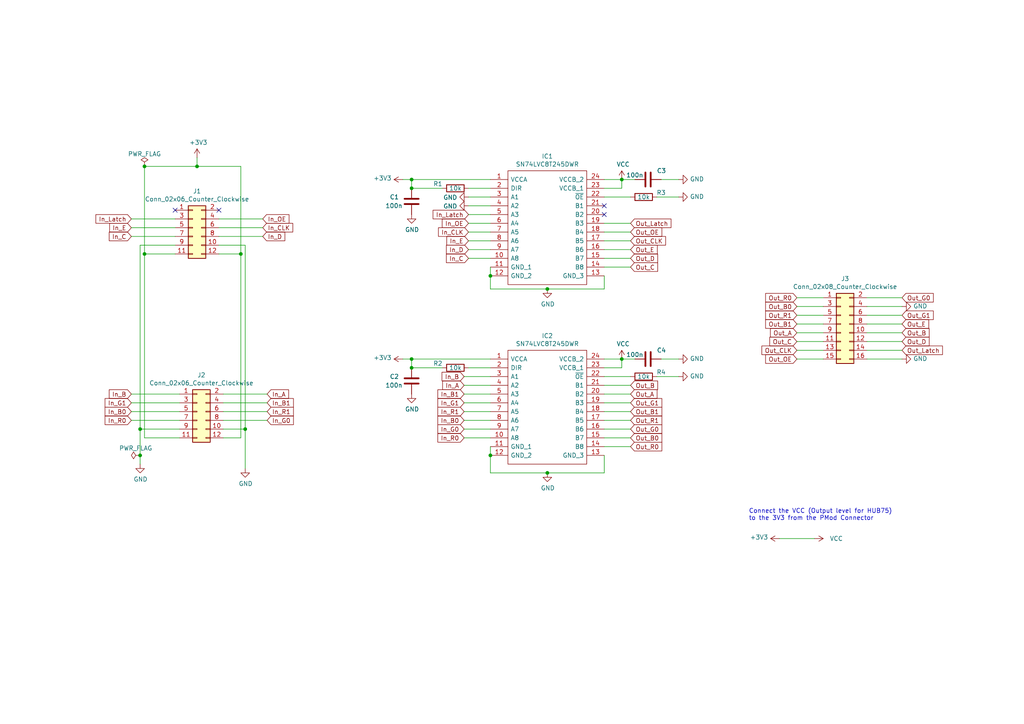
<source format=kicad_sch>
(kicad_sch (version 20211123) (generator eeschema)
  (paper "A4")
  (title_block (title "PMod Board for Hub75 LED matrix") (date "2022-01-07") (rev "v0.1") (company "James Horton") (comment 4 "Licensed Under CERN Open Hardware Licence Version 2 - Permissive"))
  (lib_symbols
    (symbol "Connector_Generic:Conn_02x06_Odd_Even" (pin_names (offset 1.016) hide)
      (property "Reference" "J" (at 1.27 7.62 0))
      (property "Value" "Conn_02x06_Odd_Even" (at 1.27 -10.16 0))
      (symbol "Conn_02x06_Odd_Even_1_1"
        (rectangle (start -1.27 -7.493) (end 0 -7.747) (stroke (width 0.1524)))
        (rectangle (start -1.27 -4.953) (end 0 -5.207) (stroke (width 0.1524)))
        (rectangle (start -1.27 -2.413) (end 0 -2.667) (stroke (width 0.1524)))
        (rectangle (start -1.27 0.127) (end 0 -0.127) (stroke (width 0.1524)))
        (rectangle (start -1.27 2.667) (end 0 2.413) (stroke (width 0.1524)))
        (rectangle (start -1.27 5.207) (end 0 4.953) (stroke (width 0.1524)))
        (rectangle (start -1.27 6.35) (end 3.81 -8.89) (stroke (width 0.254)) (fill (type background)))
        (rectangle (start 3.81 -7.493) (end 2.54 -7.747) (stroke (width 0.1524)))
        (rectangle (start 3.81 -4.953) (end 2.54 -5.207) (stroke (width 0.1524)))
        (rectangle (start 3.81 -2.413) (end 2.54 -2.667) (stroke (width 0.1524)))
        (rectangle (start 3.81 0.127) (end 2.54 -0.127) (stroke (width 0.1524)))
        (rectangle (start 3.81 2.667) (end 2.54 2.413) (stroke (width 0.1524)))
        (rectangle (start 3.81 5.207) (end 2.54 4.953) (stroke (width 0.1524)))
        (pin passive line (at -5.08 5.08 0) (length 3.81) (name "Pin_1") (number "1"))
        (pin passive line (at 7.62 -5.08 180) (length 3.81) (name "Pin_10") (number "10"))
        (pin passive line (at -5.08 -7.62 0) (length 3.81) (name "Pin_11") (number "11"))
        (pin passive line (at 7.62 -7.62 180) (length 3.81) (name "Pin_12") (number "12"))
        (pin passive line (at 7.62 5.08 180) (length 3.81) (name "Pin_2") (number "2"))
        (pin passive line (at -5.08 2.54 0) (length 3.81) (name "Pin_3") (number "3"))
        (pin passive line (at 7.62 2.54 180) (length 3.81) (name "Pin_4") (number "4"))
        (pin passive line (at -5.08 0 0) (length 3.81) (name "Pin_5") (number "5"))
        (pin passive line (at 7.62 0 180) (length 3.81) (name "Pin_6") (number "6"))
        (pin passive line (at -5.08 -2.54 0) (length 3.81) (name "Pin_7") (number "7"))
        (pin passive line (at 7.62 -2.54 180) (length 3.81) (name "Pin_8") (number "8"))
        (pin passive line (at -5.08 -5.08 0) (length 3.81) (name "Pin_9") (number "9"))
      )
    )
    (symbol "Connector_Generic:Conn_02x08_Odd_Even" (pin_names (offset 1.016) hide)
      (property "Reference" "J" (at 1.27 10.16 0))
      (property "Value" "Conn_02x08_Odd_Even" (at 1.27 -12.7 0))
      (symbol "Conn_02x08_Odd_Even_1_1"
        (rectangle (start -1.27 -10.033) (end 0 -10.287) (stroke (width 0.1524)))
        (rectangle (start -1.27 -7.493) (end 0 -7.747) (stroke (width 0.1524)))
        (rectangle (start -1.27 -4.953) (end 0 -5.207) (stroke (width 0.1524)))
        (rectangle (start -1.27 -2.413) (end 0 -2.667) (stroke (width 0.1524)))
        (rectangle (start -1.27 0.127) (end 0 -0.127) (stroke (width 0.1524)))
        (rectangle (start -1.27 2.667) (end 0 2.413) (stroke (width 0.1524)))
        (rectangle (start -1.27 5.207) (end 0 4.953) (stroke (width 0.1524)))
        (rectangle (start -1.27 7.747) (end 0 7.493) (stroke (width 0.1524)))
        (rectangle (start -1.27 8.89) (end 3.81 -11.43) (stroke (width 0.254)) (fill (type background)))
        (rectangle (start 3.81 -10.033) (end 2.54 -10.287) (stroke (width 0.1524)))
        (rectangle (start 3.81 -7.493) (end 2.54 -7.747) (stroke (width 0.1524)))
        (rectangle (start 3.81 -4.953) (end 2.54 -5.207) (stroke (width 0.1524)))
        (rectangle (start 3.81 -2.413) (end 2.54 -2.667) (stroke (width 0.1524)))
        (rectangle (start 3.81 0.127) (end 2.54 -0.127) (stroke (width 0.1524)))
        (rectangle (start 3.81 2.667) (end 2.54 2.413) (stroke (width 0.1524)))
        (rectangle (start 3.81 5.207) (end 2.54 4.953) (stroke (width 0.1524)))
        (rectangle (start 3.81 7.747) (end 2.54 7.493) (stroke (width 0.1524)))
        (pin passive line (at -5.08 7.62 0) (length 3.81) (name "Pin_1") (number "1"))
        (pin passive line (at 7.62 -2.54 180) (length 3.81) (name "Pin_10") (number "10"))
        (pin passive line (at -5.08 -5.08 0) (length 3.81) (name "Pin_11") (number "11"))
        (pin passive line (at 7.62 -5.08 180) (length 3.81) (name "Pin_12") (number "12"))
        (pin passive line (at -5.08 -7.62 0) (length 3.81) (name "Pin_13") (number "13"))
        (pin passive line (at 7.62 -7.62 180) (length 3.81) (name "Pin_14") (number "14"))
        (pin passive line (at -5.08 -10.16 0) (length 3.81) (name "Pin_15") (number "15"))
        (pin passive line (at 7.62 -10.16 180) (length 3.81) (name "Pin_16") (number "16"))
        (pin passive line (at 7.62 7.62 180) (length 3.81) (name "Pin_2") (number "2"))
        (pin passive line (at -5.08 5.08 0) (length 3.81) (name "Pin_3") (number "3"))
        (pin passive line (at 7.62 5.08 180) (length 3.81) (name "Pin_4") (number "4"))
        (pin passive line (at -5.08 2.54 0) (length 3.81) (name "Pin_5") (number "5"))
        (pin passive line (at 7.62 2.54 180) (length 3.81) (name "Pin_6") (number "6"))
        (pin passive line (at -5.08 0 0) (length 3.81) (name "Pin_7") (number "7"))
        (pin passive line (at 7.62 0 180) (length 3.81) (name "Pin_8") (number "8"))
        (pin passive line (at -5.08 -2.54 0) (length 3.81) (name "Pin_9") (number "9"))
      )
    )
    (symbol "Device:C" (pin_numbers hide) (pin_names (offset 0.254))
      (property "Reference" "C" (at 0.635 2.54 0))
      (property "Value" "C" (at 0.635 -2.54 0))
      (symbol "C_0_1"
        (polyline (pts (xy -2.032 -0.762) (xy 2.032 -0.762)) (stroke (width 0.508)))
        (polyline (pts (xy -2.032 0.762) (xy 2.032 0.762)) (stroke (width 0.508)))
      )
      (symbol "C_1_1"
        (pin passive line (at 0 3.81 270) (length 2.794) (name "~") (number "1"))
        (pin passive line (at 0 -3.81 90) (length 2.794) (name "~") (number "2"))
      )
    )
    (symbol "Device:R" (pin_numbers hide) (pin_names (offset 0))
      (property "Reference" "R" (at 2.032 0 90))
      (property "Value" "R" (at 0 0 90))
      (symbol "R_0_1"
        (rectangle (start -1.016 -2.54) (end 1.016 2.54) (stroke (width 0.254)))
      )
      (symbol "R_1_1"
        (pin passive line (at 0 3.81 270) (length 1.27) (name "~") (number "1"))
        (pin passive line (at 0 -3.81 90) (length 1.27) (name "~") (number "2"))
      )
    )
    (symbol "JJH_Library:SN74LVC8T245DWR" (pin_names (offset 0.762))
      (property "Reference" "IC" (at 29.21 7.62 0))
      (property "Value" "JJH_Library_SN74LVC8T245DWR" (at 29.21 5.08 0))
      (symbol "SN74LVC8T245DWR_0_0"
        (pin passive line (at 0 0 0) (length 5.08) (name "VCCA") (number "1"))
        (pin passive line (at 0 -22.86 0) (length 5.08) (name "A8") (number "10"))
        (pin passive line (at 0 -25.4 0) (length 5.08) (name "GND_1") (number "11"))
        (pin passive line (at 0 -27.94 0) (length 5.08) (name "GND_2") (number "12"))
        (pin passive line (at 33.02 -27.94 180) (length 5.08) (name "GND_3") (number "13"))
        (pin passive line (at 33.02 -25.4 180) (length 5.08) (name "B8") (number "14"))
        (pin passive line (at 33.02 -22.86 180) (length 5.08) (name "B7") (number "15"))
        (pin passive line (at 33.02 -20.32 180) (length 5.08) (name "B6") (number "16"))
        (pin passive line (at 33.02 -17.78 180) (length 5.08) (name "B5") (number "17"))
        (pin passive line (at 33.02 -15.24 180) (length 5.08) (name "B4") (number "18"))
        (pin passive line (at 33.02 -12.7 180) (length 5.08) (name "B3") (number "19"))
        (pin passive line (at 0 -2.54 0) (length 5.08) (name "DIR") (number "2"))
        (pin passive line (at 33.02 -10.16 180) (length 5.08) (name "B2") (number "20"))
        (pin passive line (at 33.02 -7.62 180) (length 5.08) (name "B1") (number "21"))
        (pin passive line (at 33.02 -5.08 180) (length 5.08) (name "~{OE}") (number "22"))
        (pin passive line (at 33.02 -2.54 180) (length 5.08) (name "VCCB_1") (number "23"))
        (pin passive line (at 33.02 0 180) (length 5.08) (name "VCCB_2") (number "24"))
        (pin passive line (at 0 -5.08 0) (length 5.08) (name "A1") (number "3"))
        (pin passive line (at 0 -7.62 0) (length 5.08) (name "A2") (number "4"))
        (pin passive line (at 0 -10.16 0) (length 5.08) (name "A3") (number "5"))
        (pin passive line (at 0 -12.7 0) (length 5.08) (name "A4") (number "6"))
        (pin passive line (at 0 -15.24 0) (length 5.08) (name "A5") (number "7"))
        (pin passive line (at 0 -17.78 0) (length 5.08) (name "A6") (number "8"))
        (pin passive line (at 0 -20.32 0) (length 5.08) (name "A7") (number "9"))
      )
      (symbol "SN74LVC8T245DWR_0_1"
        (polyline (pts (xy 5.08 2.54) (xy 27.94 2.54) (xy 27.94 -30.48) (xy 5.08 -30.48) (xy 5.08 2.54)) (stroke (width 0.1524)))
      )
    )
    (symbol "power:+3V3" (power) (pin_names (offset 0))
      (property "Value" "+3V3" (at 0 3.556 0))
      (symbol "+3V3_0_1"
        (polyline (pts (xy -0.762 1.27) (xy 0 2.54)))
        (polyline (pts (xy 0 0) (xy 0 2.54)))
        (polyline (pts (xy 0 2.54) (xy 0.762 1.27)))
      )
      (symbol "+3V3_1_1"
        (pin power_in line (at 0 0 90) (length 0) hide (name "+3V3") (number "1"))
      )
    )
    (symbol "power:GND" (power) (pin_names (offset 0))
      (property "Value" "GND" (at 0 -3.81 0))
      (symbol "GND_0_1"
        (polyline (pts (xy 0 0) (xy 0 -1.27) (xy 1.27 -1.27) (xy 0 -2.54) (xy -1.27 -1.27) (xy 0 -1.27)))
      )
      (symbol "GND_1_1"
        (pin power_in line (at 0 0 270) (length 0) hide (name "GND") (number "1"))
      )
    )
    (symbol "power:PWR_FLAG" (power) (pin_numbers hide) (pin_names (offset 0) hide)
      (property "Value" "PWR_FLAG" (at 0 3.81 0))
      (symbol "PWR_FLAG_0_0"
        (pin power_out line (at 0 0 90) (length 0) (name "pwr") (number "1"))
      )
      (symbol "PWR_FLAG_0_1"
        (polyline (pts (xy 0 0) (xy 0 1.27) (xy -1.016 1.905) (xy 0 2.54) (xy 1.016 1.905) (xy 0 1.27)))
      )
    )
    (symbol "power:VCC" (power) (pin_names (offset 0))
      (property "Value" "VCC" (at 0 3.81 0))
      (symbol "VCC_0_1"
        (polyline (pts (xy -0.762 1.27) (xy 0 2.54)))
        (polyline (pts (xy 0 0) (xy 0 2.54)))
        (polyline (pts (xy 0 2.54) (xy 0.762 1.27)))
      )
      (symbol "VCC_1_1"
        (pin power_in line (at 0 0 90) (length 0) hide (name "VCC") (number "1"))
      )
    )
  )
  (junction (at 41.91 48.26))
  (junction (at 180.34 104.14))
  (junction (at 41.91 73.66))
  (junction (at 119.38 104.14))
  (junction (at 119.38 54.61))
  (junction (at 40.64 124.46))
  (junction (at 180.34 52.07))
  (junction (at 119.38 106.68))
  (junction (at 69.85 73.66))
  (junction (at 158.75 83.82))
  (junction (at 142.24 132.08))
  (junction (at 158.75 137.16))
  (junction (at 71.12 124.46))
  (junction (at 142.24 80.01))
  (junction (at 57.15 48.26))
  (junction (at 119.38 52.07))
  (junction (at 40.64 132.08))
  (no_connect (at 63.5 60.96))
  (no_connect (at 50.8 60.96))
  (no_connect (at 175.26 62.23))
  (no_connect (at 175.26 59.69))
  (wire (pts (xy 135.89 64.77) (xy 142.24 64.77)))
  (wire (pts (xy 40.64 71.12) (xy 40.64 124.46)))
  (wire (pts (xy 119.38 52.07) (xy 142.24 52.07)))
  (wire (pts (xy 180.34 54.61) (xy 180.34 52.07)))
  (wire (pts (xy 238.76 88.9) (xy 231.14 88.9)))
  (wire (pts (xy 142.24 109.22) (xy 134.62 109.22)))
  (wire (pts (xy 142.24 124.46) (xy 134.62 124.46)))
  (wire (pts (xy 57.15 48.26) (xy 41.91 48.26)))
  (wire (pts (xy 196.85 109.22) (xy 190.5 109.22)))
  (wire (pts (xy 226.06 156.21) (xy 236.22 156.21)))
  (wire (pts (xy 142.24 132.08) (xy 142.24 129.54)))
  (wire (pts (xy 184.15 104.14) (xy 180.34 104.14)))
  (wire (pts (xy 231.14 104.14) (xy 238.76 104.14)))
  (wire (pts (xy 69.85 127) (xy 69.85 73.66)))
  (wire (pts (xy 119.38 54.61) (xy 119.38 52.07)))
  (wire (pts (xy 41.91 48.26) (xy 41.91 73.66)))
  (wire (pts (xy 38.1 116.84) (xy 52.07 116.84)))
  (wire (pts (xy 40.64 124.46) (xy 52.07 124.46)))
  (wire (pts (xy 231.14 99.06) (xy 238.76 99.06)))
  (wire (pts (xy 175.26 137.16) (xy 158.75 137.16)))
  (wire (pts (xy 182.88 121.92) (xy 175.26 121.92)))
  (wire (pts (xy 175.26 77.47) (xy 182.88 77.47)))
  (wire (pts (xy 128.27 106.68) (xy 119.38 106.68)))
  (wire (pts (xy 175.26 52.07) (xy 180.34 52.07)))
  (wire (pts (xy 119.38 104.14) (xy 142.24 104.14)))
  (wire (pts (xy 77.47 116.84) (xy 64.77 116.84)))
  (wire (pts (xy 128.27 54.61) (xy 119.38 54.61)))
  (wire (pts (xy 191.77 104.14) (xy 196.85 104.14)))
  (wire (pts (xy 158.75 83.82) (xy 175.26 83.82)))
  (wire (pts (xy 175.26 129.54) (xy 182.88 129.54)))
  (wire (pts (xy 142.24 54.61) (xy 135.89 54.61)))
  (wire (pts (xy 191.77 52.07) (xy 196.85 52.07)))
  (wire (pts (xy 175.26 114.3) (xy 182.88 114.3)))
  (wire (pts (xy 158.75 137.16) (xy 142.24 137.16)))
  (wire (pts (xy 251.46 101.6) (xy 261.62 101.6)))
  (wire (pts (xy 182.88 116.84) (xy 175.26 116.84)))
  (wire (pts (xy 231.14 93.98) (xy 238.76 93.98)))
  (wire (pts (xy 251.46 96.52) (xy 261.62 96.52)))
  (wire (pts (xy 69.85 48.26) (xy 57.15 48.26)))
  (wire (pts (xy 175.26 54.61) (xy 180.34 54.61)))
  (wire (pts (xy 64.77 114.3) (xy 77.47 114.3)))
  (wire (pts (xy 135.89 69.85) (xy 142.24 69.85)))
  (wire (pts (xy 52.07 119.38) (xy 38.1 119.38)))
  (wire (pts (xy 40.64 132.08) (xy 40.64 134.62)))
  (wire (pts (xy 182.88 69.85) (xy 175.26 69.85)))
  (wire (pts (xy 71.12 124.46) (xy 64.77 124.46)))
  (wire (pts (xy 175.26 104.14) (xy 180.34 104.14)))
  (wire (pts (xy 134.62 116.84) (xy 142.24 116.84)))
  (wire (pts (xy 142.24 80.01) (xy 142.24 83.82)))
  (wire (pts (xy 175.26 119.38) (xy 182.88 119.38)))
  (wire (pts (xy 231.14 86.36) (xy 238.76 86.36)))
  (wire (pts (xy 142.24 114.3) (xy 134.62 114.3)))
  (wire (pts (xy 71.12 71.12) (xy 63.5 71.12)))
  (wire (pts (xy 64.77 119.38) (xy 77.47 119.38)))
  (wire (pts (xy 71.12 124.46) (xy 71.12 71.12)))
  (wire (pts (xy 69.85 73.66) (xy 69.85 48.26)))
  (wire (pts (xy 64.77 127) (xy 69.85 127)))
  (wire (pts (xy 175.26 72.39) (xy 182.88 72.39)))
  (wire (pts (xy 63.5 68.58) (xy 76.2 68.58)))
  (wire (pts (xy 142.24 57.15) (xy 135.89 57.15)))
  (wire (pts (xy 142.24 67.31) (xy 135.89 67.31)))
  (wire (pts (xy 238.76 101.6) (xy 231.14 101.6)))
  (wire (pts (xy 261.62 99.06) (xy 251.46 99.06)))
  (wire (pts (xy 142.24 106.68) (xy 135.89 106.68)))
  (wire (pts (xy 142.24 77.47) (xy 142.24 80.01)))
  (wire (pts (xy 182.88 64.77) (xy 175.26 64.77)))
  (wire (pts (xy 134.62 127) (xy 142.24 127)))
  (wire (pts (xy 184.15 52.07) (xy 180.34 52.07)))
  (wire (pts (xy 142.24 72.39) (xy 135.89 72.39)))
  (wire (pts (xy 182.88 57.15) (xy 175.26 57.15)))
  (wire (pts (xy 116.84 52.07) (xy 119.38 52.07)))
  (wire (pts (xy 238.76 91.44) (xy 231.14 91.44)))
  (wire (pts (xy 119.38 106.68) (xy 119.38 104.14)))
  (wire (pts (xy 251.46 104.14) (xy 261.62 104.14)))
  (wire (pts (xy 116.84 104.14) (xy 119.38 104.14)))
  (wire (pts (xy 50.8 71.12) (xy 40.64 71.12)))
  (wire (pts (xy 135.89 62.23) (xy 142.24 62.23)))
  (wire (pts (xy 41.91 73.66) (xy 41.91 127)))
  (wire (pts (xy 134.62 111.76) (xy 142.24 111.76)))
  (wire (pts (xy 182.88 109.22) (xy 175.26 109.22)))
  (wire (pts (xy 196.85 57.15) (xy 190.5 57.15)))
  (wire (pts (xy 134.62 121.92) (xy 142.24 121.92)))
  (wire (pts (xy 50.8 63.5) (xy 38.1 63.5)))
  (wire (pts (xy 41.91 73.66) (xy 50.8 73.66)))
  (wire (pts (xy 180.34 106.68) (xy 180.34 104.14)))
  (wire (pts (xy 238.76 96.52) (xy 231.14 96.52)))
  (wire (pts (xy 135.89 74.93) (xy 142.24 74.93)))
  (wire (pts (xy 40.64 124.46) (xy 40.64 132.08)))
  (wire (pts (xy 175.26 83.82) (xy 175.26 80.01)))
  (wire (pts (xy 261.62 91.44) (xy 251.46 91.44)))
  (wire (pts (xy 38.1 121.92) (xy 52.07 121.92)))
  (wire (pts (xy 142.24 137.16) (xy 142.24 132.08)))
  (wire (pts (xy 175.26 132.08) (xy 175.26 137.16)))
  (wire (pts (xy 182.88 74.93) (xy 175.26 74.93)))
  (wire (pts (xy 135.89 59.69) (xy 142.24 59.69)))
  (wire (pts (xy 142.24 119.38) (xy 134.62 119.38)))
  (wire (pts (xy 77.47 121.92) (xy 64.77 121.92)))
  (wire (pts (xy 38.1 66.04) (xy 50.8 66.04)))
  (wire (pts (xy 41.91 127) (xy 52.07 127)))
  (wire (pts (xy 182.88 127) (xy 175.26 127)))
  (wire (pts (xy 142.24 83.82) (xy 158.75 83.82)))
  (wire (pts (xy 251.46 86.36) (xy 261.62 86.36)))
  (wire (pts (xy 63.5 63.5) (xy 76.2 63.5)))
  (wire (pts (xy 251.46 93.98) (xy 261.62 93.98)))
  (wire (pts (xy 76.2 66.04) (xy 63.5 66.04)))
  (wire (pts (xy 50.8 68.58) (xy 38.1 68.58)))
  (wire (pts (xy 251.46 88.9) (xy 261.62 88.9)))
  (wire (pts (xy 175.26 67.31) (xy 182.88 67.31)))
  (wire (pts (xy 175.26 124.46) (xy 182.88 124.46)))
  (wire (pts (xy 71.12 135.89) (xy 71.12 124.46)))
  (wire (pts (xy 38.1 114.3) (xy 52.07 114.3)))
  (wire (pts (xy 182.88 111.76) (xy 175.26 111.76)))
  (wire (pts (xy 57.15 48.26) (xy 57.15 45.72)))
  (wire (pts (xy 175.26 106.68) (xy 180.34 106.68)))
  (wire (pts (xy 63.5 73.66) (xy 69.85 73.66)))
  (text "Connect the VCC (Output level for HUB75)\nto the 3V3 from the PMod Connector " (at 217.17 151.13 0) (effects (font (size 1.27 1.27)) (justify left bottom)))
  (global_label "Out_A" (shape input) (at 231.14 96.52 180) (property "Intersheet References" "${INTERSHEET_REFS}" (effects hide)))
  (global_label "In_C" (shape input) (at 38.1 68.58 180) (property "Intersheet References" "${INTERSHEET_REFS}" (effects hide)))
  (global_label "In_G0" (shape input) (at 77.47 121.92 0) (property "Intersheet References" "${INTERSHEET_REFS}" (effects hide)))
  (global_label "Out_C" (shape input) (at 182.88 77.47 0) (property "Intersheet References" "${INTERSHEET_REFS}" (effects hide)))
  (global_label "In_A" (shape input) (at 134.62 111.76 180) (property "Intersheet References" "${INTERSHEET_REFS}" (effects hide)))
  (global_label "In_OE" (shape input) (at 135.89 64.77 180) (property "Intersheet References" "${INTERSHEET_REFS}" (effects hide)))
  (global_label "Out_E" (shape input) (at 261.62 93.98 0) (property "Intersheet References" "${INTERSHEET_REFS}" (effects hide)))
  (global_label "Out_R1" (shape input) (at 182.88 121.92 0) (property "Intersheet References" "${INTERSHEET_REFS}" (effects hide)))
  (global_label "Out_Latch" (shape input) (at 182.88 64.77 0) (property "Intersheet References" "${INTERSHEET_REFS}" (effects hide)))
  (global_label "In_G0" (shape input) (at 134.62 124.46 180) (property "Intersheet References" "${INTERSHEET_REFS}" (effects hide)))
  (global_label "In_Latch" (shape input) (at 135.89 62.23 180) (property "Intersheet References" "${INTERSHEET_REFS}" (effects hide)))
  (global_label "Out_G1" (shape input) (at 261.62 91.44 0) (property "Intersheet References" "${INTERSHEET_REFS}" (effects hide)))
  (global_label "Out_R0" (shape input) (at 231.14 86.36 180) (property "Intersheet References" "${INTERSHEET_REFS}" (effects hide)))
  (global_label "Out_Latch" (shape input) (at 261.62 101.6 0) (property "Intersheet References" "${INTERSHEET_REFS}" (effects hide)))
  (global_label "Out_D" (shape input) (at 182.88 74.93 0) (property "Intersheet References" "${INTERSHEET_REFS}" (effects hide)))
  (global_label "Out_A" (shape input) (at 182.88 114.3 0) (property "Intersheet References" "${INTERSHEET_REFS}" (effects hide)))
  (global_label "In_B" (shape input) (at 38.1 114.3 180) (property "Intersheet References" "${INTERSHEET_REFS}" (effects hide)))
  (global_label "Out_R1" (shape input) (at 231.14 91.44 180) (property "Intersheet References" "${INTERSHEET_REFS}" (effects hide)))
  (global_label "In_A" (shape input) (at 77.47 114.3 0) (property "Intersheet References" "${INTERSHEET_REFS}" (effects hide)))
  (global_label "Out_B0" (shape input) (at 231.14 88.9 180) (property "Intersheet References" "${INTERSHEET_REFS}" (effects hide)))
  (global_label "In_B0" (shape input) (at 134.62 121.92 180) (property "Intersheet References" "${INTERSHEET_REFS}" (effects hide)))
  (global_label "In_CLK" (shape input) (at 76.2 66.04 0) (property "Intersheet References" "${INTERSHEET_REFS}" (effects hide)))
  (global_label "In_Latch" (shape input) (at 38.1 63.5 180) (property "Intersheet References" "${INTERSHEET_REFS}" (effects hide)))
  (global_label "In_C" (shape input) (at 135.89 74.93 180) (property "Intersheet References" "${INTERSHEET_REFS}" (effects hide)))
  (global_label "In_B" (shape input) (at 134.62 109.22 180) (property "Intersheet References" "${INTERSHEET_REFS}" (effects hide)))
  (global_label "In_B1" (shape input) (at 134.62 114.3 180) (property "Intersheet References" "${INTERSHEET_REFS}" (effects hide)))
  (global_label "In_G1" (shape input) (at 38.1 116.84 180) (property "Intersheet References" "${INTERSHEET_REFS}" (effects hide)))
  (global_label "Out_G0" (shape input) (at 261.62 86.36 0) (property "Intersheet References" "${INTERSHEET_REFS}" (effects hide)))
  (global_label "In_E" (shape input) (at 38.1 66.04 180) (property "Intersheet References" "${INTERSHEET_REFS}" (effects hide)))
  (global_label "Out_E" (shape input) (at 182.88 72.39 0) (property "Intersheet References" "${INTERSHEET_REFS}" (effects hide)))
  (global_label "In_D" (shape input) (at 135.89 72.39 180) (property "Intersheet References" "${INTERSHEET_REFS}" (effects hide)))
  (global_label "In_R0" (shape input) (at 134.62 127 180) (property "Intersheet References" "${INTERSHEET_REFS}" (effects hide)))
  (global_label "In_OE" (shape input) (at 76.2 63.5 0) (property "Intersheet References" "${INTERSHEET_REFS}" (effects hide)))
  (global_label "Out_OE" (shape input) (at 182.88 67.31 0) (property "Intersheet References" "${INTERSHEET_REFS}" (effects hide)))
  (global_label "In_R0" (shape input) (at 38.1 121.92 180) (property "Intersheet References" "${INTERSHEET_REFS}" (effects hide)))
  (global_label "Out_C" (shape input) (at 231.14 99.06 180) (property "Intersheet References" "${INTERSHEET_REFS}" (effects hide)))
  (global_label "In_R1" (shape input) (at 134.62 119.38 180) (property "Intersheet References" "${INTERSHEET_REFS}" (effects hide)))
  (global_label "Out_CLK" (shape input) (at 231.14 101.6 180) (property "Intersheet References" "${INTERSHEET_REFS}" (effects hide)))
  (global_label "In_D" (shape input) (at 76.2 68.58 0) (property "Intersheet References" "${INTERSHEET_REFS}" (effects hide)))
  (global_label "Out_R0" (shape input) (at 182.88 129.54 0) (property "Intersheet References" "${INTERSHEET_REFS}" (effects hide)))
  (global_label "In_R1" (shape input) (at 77.47 119.38 0) (property "Intersheet References" "${INTERSHEET_REFS}" (effects hide)))
  (global_label "Out_OE" (shape input) (at 231.14 104.14 180) (property "Intersheet References" "${INTERSHEET_REFS}" (effects hide)))
  (global_label "Out_G0" (shape input) (at 182.88 124.46 0) (property "Intersheet References" "${INTERSHEET_REFS}" (effects hide)))
  (global_label "Out_D" (shape input) (at 261.62 99.06 0) (property "Intersheet References" "${INTERSHEET_REFS}" (effects hide)))
  (global_label "Out_B" (shape input) (at 261.62 96.52 0) (property "Intersheet References" "${INTERSHEET_REFS}" (effects hide)))
  (global_label "Out_B1" (shape input) (at 182.88 119.38 0) (property "Intersheet References" "${INTERSHEET_REFS}" (effects hide)))
  (global_label "Out_G1" (shape input) (at 182.88 116.84 0) (property "Intersheet References" "${INTERSHEET_REFS}" (effects hide)))
  (global_label "Out_B0" (shape input) (at 182.88 127 0) (property "Intersheet References" "${INTERSHEET_REFS}" (effects hide)))
  (global_label "Out_B" (shape input) (at 182.88 111.76 0) (property "Intersheet References" "${INTERSHEET_REFS}" (effects hide)))
  (global_label "In_G1" (shape input) (at 134.62 116.84 180) (property "Intersheet References" "${INTERSHEET_REFS}" (effects hide)))
  (global_label "Out_CLK" (shape input) (at 182.88 69.85 0) (property "Intersheet References" "${INTERSHEET_REFS}" (effects hide)))
  (global_label "In_B0" (shape input) (at 38.1 119.38 180) (property "Intersheet References" "${INTERSHEET_REFS}" (effects hide)))
  (global_label "In_B1" (shape input) (at 77.47 116.84 0) (property "Intersheet References" "${INTERSHEET_REFS}" (effects hide)))
  (global_label "In_E" (shape input) (at 135.89 69.85 180) (property "Intersheet References" "${INTERSHEET_REFS}" (effects hide)))
  (global_label "Out_B1" (shape input) (at 231.14 93.98 180) (property "Intersheet References" "${INTERSHEET_REFS}" (effects hide)))
  (global_label "In_CLK" (shape input) (at 135.89 67.31 180) (property "Intersheet References" "${INTERSHEET_REFS}" (effects hide)))
  (symbol (lib_id "JJH_Library:SN74LVC8T245DWR") (at 142.24 52.07 0) (unit 1)
    (property "Reference" "IC1" (at 158.75 45.339 0))
    (property "Value" "SN74LVC8T245DWR" (at 158.75 47.6504 0))
    (property "Footprint" "SOIC127P1030X265-24N" (effects hide))
    (property "Datasheet" "http://www.ti.com/lit/gpn/sn74lvc8t245" (effects hide))
    (property "Description" "8-Bit Dual-Supply Bus Transceiver with Configurable Voltage-Level Shifting and Three-State Outputs" (effects hide))
    (property "Height" "2.65" (effects hide))
    (property "Mouser Part Number" "595-SN74LVC8T245DWR" (effects hide))
    (property "Mouser Price/Stock" "https://www.mouser.co.uk/ProductDetail/Texas-Instruments/SN74LVC8T245DWR?qs=dT9u2OTAaVX2fwsENIjeqA%3D%3D" (effects hide))
    (property "Manufacturer_Name" "Texas Instruments" (effects hide))
    (property "Manufacturer_Part_Number" "SN74LVC8T245DWR" (effects hide))
  )
  (symbol (lib_id "JJH_Library:SN74LVC8T245DWR") (at 142.24 104.14 0) (unit 1)
    (property "Reference" "IC2" (at 158.75 97.409 0))
    (property "Value" "SN74LVC8T245DWR" (at 158.75 99.7204 0))
    (property "Footprint" "SOIC127P1030X265-24N" (effects hide))
    (property "Datasheet" "http://www.ti.com/lit/gpn/sn74lvc8t245" (effects hide))
    (property "Description" "8-Bit Dual-Supply Bus Transceiver with Configurable Voltage-Level Shifting and Three-State Outputs" (effects hide))
    (property "Height" "2.65" (effects hide))
    (property "Mouser Part Number" "595-SN74LVC8T245DWR" (effects hide))
    (property "Mouser Price/Stock" "https://www.mouser.co.uk/ProductDetail/Texas-Instruments/SN74LVC8T245DWR?qs=dT9u2OTAaVX2fwsENIjeqA%3D%3D" (effects hide))
    (property "Manufacturer_Name" "Texas Instruments" (effects hide))
    (property "Manufacturer_Part_Number" "SN74LVC8T245DWR" (effects hide))
  )
  (symbol (lib_id "Connector_Generic:Conn_02x06_Odd_Even") (at 55.88 66.04 0) (unit 1)
    (property "Reference" "J1" (at 57.15 55.4482 0))
    (property "Value" "Conn_02x06_Counter_Clockwise" (at 57.15 57.7596 0))
    (property "Footprint" "Connector_PinHeader_2.54mm:PinHeader_2x06_P2.54mm_Vertical" (effects hide))
  )
  (symbol (lib_id "Connector_Generic:Conn_02x06_Odd_Even") (at 57.15 119.38 0) (unit 1)
    (property "Reference" "J2" (at 58.42 108.7882 0))
    (property "Value" "Conn_02x06_Counter_Clockwise" (at 58.42 111.0996 0))
    (property "Footprint" "Connector_PinHeader_2.54mm:PinHeader_2x06_P2.54mm_Vertical" (effects hide))
  )
  (symbol (lib_id "Connector_Generic:Conn_02x08_Odd_Even") (at 243.84 93.98 0) (unit 1)
    (property "Reference" "J3" (at 245.11 80.8482 0))
    (property "Value" "Conn_02x08_Counter_Clockwise" (at 245.11 83.1596 0))
    (property "Footprint" "Connector_PinHeader_2.54mm:PinHeader_2x08_P2.54mm_Vertical" (effects hide))
  )
  (symbol (lib_id "power:GND") (at 71.12 135.89 0) (unit 1)
    (property "Reference" "#PWR0101" (effects hide))
    (property "Value" "GND" (at 71.247 140.2842 0))
  )
  (symbol (lib_id "power:+3V3") (at 57.15 45.72 0) (unit 1)
    (property "Reference" "#PWR0102" (effects hide))
    (property "Value" "+3V3" (at 57.531 41.3258 0))
  )
  (symbol (lib_id "power:GND") (at 40.64 134.62 0) (unit 1)
    (property "Reference" "#PWR0103" (effects hide))
    (property "Value" "GND" (at 40.767 139.0142 0))
  )
  (symbol (lib_id "power:GND") (at 158.75 83.82 0) (unit 1)
    (property "Reference" "#PWR0104" (effects hide))
    (property "Value" "GND" (at 158.877 88.2142 0))
  )
  (symbol (lib_id "power:GND") (at 158.75 137.16 0) (unit 1)
    (property "Reference" "#PWR0105" (effects hide))
    (property "Value" "GND" (at 158.877 141.5542 0))
  )
  (symbol (lib_id "power:VCC") (at 236.22 156.21 270) (unit 1)
    (property "Reference" "#PWR0120" (effects hide))
    (property "Value" "VCC" (at 242.57 156.21 90))
  )
  (symbol (lib_id "power:+3V3") (at 226.06 156.21 90) (unit 1)
    (property "Reference" "#PWR0121" (effects hide))
    (property "Value" "+3V3" (at 222.8088 155.829 90) (effects (justify left)))
  )
  (symbol (lib_id "power:GND") (at 261.62 104.14 90) (unit 1)
    (property "Reference" "#PWR0119" (effects hide))
    (property "Value" "GND" (at 264.8712 104.013 90) (effects (justify right)))
  )
  (symbol (lib_id "power:GND") (at 261.62 88.9 90) (unit 1)
    (property "Reference" "#PWR0118" (effects hide))
    (property "Value" "GND" (at 264.8712 88.773 90) (effects (justify right)))
  )
  (symbol (lib_id "Device:R") (at 132.08 106.68 90) (unit 1)
    (property "Reference" "R2" (at 127 105.41 90))
    (property "Value" "10k" (at 132.08 106.68 90))
    (property "Footprint" "Resistor_SMD:R_0603_1608Metric" (effects hide))
  )
  (symbol (lib_id "Device:R") (at 132.08 54.61 90) (unit 1)
    (property "Reference" "R1" (at 127 53.34 90))
    (property "Value" "10k" (at 132.08 54.61 90))
    (property "Footprint" "Resistor_SMD:R_0603_1608Metric" (effects hide))
  )
  (symbol (lib_id "power:+3V3") (at 116.84 104.14 90) (unit 1)
    (property "Reference" "#PWR0106" (effects hide))
    (property "Value" "+3V3" (at 113.5888 103.759 90) (effects (justify left)))
  )
  (symbol (lib_id "power:GND") (at 119.38 114.3 0) (unit 1)
    (property "Reference" "#PWR0107" (effects hide))
    (property "Value" "GND" (at 119.507 118.6942 0))
  )
  (symbol (lib_id "Device:C") (at 119.38 110.49 0) (unit 1)
    (property "Reference" "C2" (at 113.03 109.22 0) (effects (justify left)))
    (property "Value" "100n" (at 111.76 111.76 0) (effects (justify left)))
    (property "Footprint" "Capacitor_SMD:C_0603_1608Metric" (effects hide))
  )
  (symbol (lib_id "power:+3V3") (at 116.84 52.07 90) (unit 1)
    (property "Reference" "#PWR0108" (effects hide))
    (property "Value" "+3V3" (at 113.5888 51.689 90) (effects (justify left)))
  )
  (symbol (lib_id "power:GND") (at 119.38 62.23 0) (unit 1)
    (property "Reference" "#PWR0109" (effects hide))
    (property "Value" "GND" (at 119.507 66.6242 0))
  )
  (symbol (lib_id "Device:C") (at 119.38 58.42 0) (unit 1)
    (property "Reference" "C1" (at 113.03 57.15 0) (effects (justify left)))
    (property "Value" "100n" (at 111.76 59.69 0) (effects (justify left)))
    (property "Footprint" "Capacitor_SMD:C_0603_1608Metric" (effects hide))
  )
  (symbol (lib_id "Device:R") (at 186.69 57.15 90) (unit 1)
    (property "Reference" "R3" (at 191.77 55.88 90))
    (property "Value" "10k" (at 186.69 57.15 90))
    (property "Footprint" "Resistor_SMD:R_0603_1608Metric" (effects hide))
  )
  (symbol (lib_id "power:GND") (at 196.85 57.15 90) (unit 1)
    (property "Reference" "#PWR0110" (effects hide))
    (property "Value" "GND" (at 200.1012 57.023 90) (effects (justify right)))
  )
  (symbol (lib_id "power:GND") (at 196.85 52.07 90) (unit 1)
    (property "Reference" "#PWR0111" (effects hide))
    (property "Value" "GND" (at 200.1012 51.943 90) (effects (justify right)))
  )
  (symbol (lib_id "power:VCC") (at 180.34 52.07 0) (unit 1)
    (property "Reference" "#PWR0112" (effects hide))
    (property "Value" "VCC" (at 180.721 47.6758 0))
  )
  (symbol (lib_id "Device:C") (at 187.96 52.07 270) (unit 1)
    (property "Reference" "C3" (at 190.5 49.53 90) (effects (justify left)))
    (property "Value" "100n" (at 181.61 50.8 90) (effects (justify left)))
    (property "Footprint" "Capacitor_SMD:C_0603_1608Metric" (effects hide))
  )
  (symbol (lib_id "Device:R") (at 186.69 109.22 90) (unit 1)
    (property "Reference" "R4" (at 191.77 107.95 90))
    (property "Value" "10k" (at 186.69 109.22 90))
    (property "Footprint" "Resistor_SMD:R_0603_1608Metric" (effects hide))
  )
  (symbol (lib_id "power:GND") (at 196.85 109.22 90) (unit 1)
    (property "Reference" "#PWR0113" (effects hide))
    (property "Value" "GND" (at 200.1012 109.093 90) (effects (justify right)))
  )
  (symbol (lib_id "power:GND") (at 196.85 104.14 90) (unit 1)
    (property "Reference" "#PWR0114" (effects hide))
    (property "Value" "GND" (at 200.1012 104.013 90) (effects (justify right)))
  )
  (symbol (lib_id "power:VCC") (at 180.34 104.14 0) (unit 1)
    (property "Reference" "#PWR0115" (effects hide))
    (property "Value" "VCC" (at 180.721 99.7458 0))
  )
  (symbol (lib_id "Device:C") (at 187.96 104.14 270) (unit 1)
    (property "Reference" "C4" (at 190.5 101.6 90) (effects (justify left)))
    (property "Value" "100n" (at 181.61 102.87 90) (effects (justify left)))
    (property "Footprint" "Capacitor_SMD:C_0603_1608Metric" (effects hide))
  )
  (symbol (lib_id "power:GND") (at 135.89 57.15 270) (unit 1)
    (property "Reference" "#PWR0116" (effects hide))
    (property "Value" "GND" (at 132.6388 57.277 90) (effects (justify right)))
  )
  (symbol (lib_id "power:GND") (at 135.89 59.69 270) (unit 1)
    (property "Reference" "#PWR0117" (effects hide))
    (property "Value" "GND" (at 132.6388 59.817 90) (effects (justify right)))
  )
  (symbol (lib_id "power:PWR_FLAG") (at 40.64 132.08 90) (unit 1)
    (property "Reference" "#FLG?" (effects hide))
    (property "Value" "PWR_FLAG" (at 39.37 129.9995 90))
  )
  (symbol (lib_id "power:PWR_FLAG") (at 41.91 48.26 0) (unit 1)
    (property "Reference" "#FLG0101" (effects hide))
    (property "Value" "PWR_FLAG" (at 41.91 44.6555 0))
  )
)
</source>
